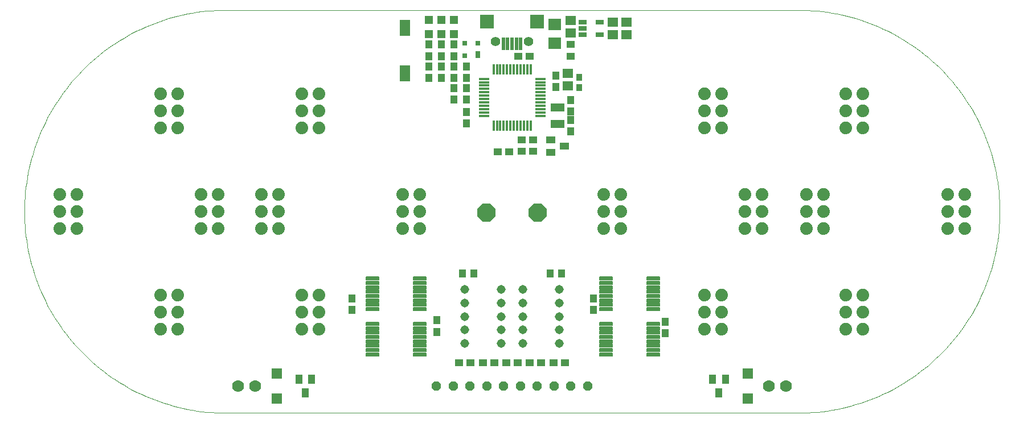
<source format=gts>
G75*
%MOIN*%
%OFA0B0*%
%FSLAX25Y25*%
%IPPOS*%
%LPD*%
%AMOC8*
5,1,8,0,0,1.08239X$1,22.5*
%
%ADD10C,0.00000*%
%ADD11C,0.00572*%
%ADD12R,0.04337X0.04731*%
%ADD13C,0.07400*%
%ADD14R,0.06109X0.01581*%
%ADD15R,0.01581X0.06109*%
%ADD16R,0.03550X0.03943*%
%ADD17R,0.06306X0.05518*%
%ADD18R,0.04731X0.04337*%
%ADD19R,0.07487X0.06699*%
%ADD20R,0.03156X0.04337*%
%ADD21R,0.03156X0.02762*%
%ADD22R,0.07900X0.04700*%
%ADD23R,0.06306X0.09455*%
%ADD24R,0.05124X0.05124*%
%ADD25R,0.01975X0.07290*%
%ADD26R,0.08274X0.08274*%
%ADD27C,0.05550*%
%ADD28OC8,0.10400*%
%ADD29R,0.05400X0.04337*%
%ADD30OC8,0.05600*%
%ADD31C,0.07000*%
%ADD32R,0.05912X0.05912*%
%ADD33R,0.04337X0.05400*%
%ADD34C,0.05156*%
%ADD35R,0.05124X0.02565*%
D10*
X0191692Y0005402D02*
X0526337Y0005402D01*
X0644447Y0123513D02*
X0644413Y0126367D01*
X0644309Y0129219D01*
X0644137Y0132068D01*
X0643896Y0134912D01*
X0643586Y0137750D01*
X0643208Y0140579D01*
X0642761Y0143398D01*
X0642247Y0146205D01*
X0641664Y0148999D01*
X0641015Y0151779D01*
X0640298Y0154541D01*
X0639515Y0157286D01*
X0638666Y0160011D01*
X0637752Y0162715D01*
X0636772Y0165395D01*
X0635727Y0168052D01*
X0634619Y0170682D01*
X0633448Y0173285D01*
X0632214Y0175858D01*
X0630918Y0178401D01*
X0629561Y0180913D01*
X0628144Y0183390D01*
X0626668Y0185833D01*
X0625132Y0188239D01*
X0623540Y0190607D01*
X0621890Y0192936D01*
X0620185Y0195225D01*
X0618424Y0197472D01*
X0616610Y0199675D01*
X0614744Y0201834D01*
X0612825Y0203948D01*
X0610856Y0206014D01*
X0608838Y0208032D01*
X0606772Y0210001D01*
X0604658Y0211920D01*
X0602499Y0213786D01*
X0600296Y0215600D01*
X0598049Y0217361D01*
X0595760Y0219066D01*
X0593431Y0220716D01*
X0591063Y0222308D01*
X0588657Y0223844D01*
X0586214Y0225320D01*
X0583737Y0226737D01*
X0581225Y0228094D01*
X0578682Y0229390D01*
X0576109Y0230624D01*
X0573506Y0231795D01*
X0570876Y0232903D01*
X0568219Y0233948D01*
X0565539Y0234928D01*
X0562835Y0235842D01*
X0560110Y0236691D01*
X0557365Y0237474D01*
X0554603Y0238191D01*
X0551823Y0238840D01*
X0549029Y0239423D01*
X0546222Y0239937D01*
X0543403Y0240384D01*
X0540574Y0240762D01*
X0537736Y0241072D01*
X0534892Y0241313D01*
X0532043Y0241485D01*
X0529191Y0241589D01*
X0526337Y0241623D01*
X0191692Y0241623D01*
X0188838Y0241589D01*
X0185986Y0241485D01*
X0183137Y0241313D01*
X0180293Y0241072D01*
X0177455Y0240762D01*
X0174626Y0240384D01*
X0171807Y0239937D01*
X0169000Y0239423D01*
X0166206Y0238840D01*
X0163426Y0238191D01*
X0160664Y0237474D01*
X0157919Y0236691D01*
X0155194Y0235842D01*
X0152490Y0234928D01*
X0149810Y0233948D01*
X0147153Y0232903D01*
X0144523Y0231795D01*
X0141920Y0230624D01*
X0139347Y0229390D01*
X0136804Y0228094D01*
X0134292Y0226737D01*
X0131815Y0225320D01*
X0129372Y0223844D01*
X0126966Y0222308D01*
X0124598Y0220716D01*
X0122269Y0219066D01*
X0119980Y0217361D01*
X0117733Y0215600D01*
X0115530Y0213786D01*
X0113371Y0211920D01*
X0111257Y0210001D01*
X0109191Y0208032D01*
X0107173Y0206014D01*
X0105204Y0203948D01*
X0103285Y0201834D01*
X0101419Y0199675D01*
X0099605Y0197472D01*
X0097844Y0195225D01*
X0096139Y0192936D01*
X0094489Y0190607D01*
X0092897Y0188239D01*
X0091361Y0185833D01*
X0089885Y0183390D01*
X0088468Y0180913D01*
X0087111Y0178401D01*
X0085815Y0175858D01*
X0084581Y0173285D01*
X0083410Y0170682D01*
X0082302Y0168052D01*
X0081257Y0165395D01*
X0080277Y0162715D01*
X0079363Y0160011D01*
X0078514Y0157286D01*
X0077731Y0154541D01*
X0077014Y0151779D01*
X0076365Y0148999D01*
X0075782Y0146205D01*
X0075268Y0143398D01*
X0074821Y0140579D01*
X0074443Y0137750D01*
X0074133Y0134912D01*
X0073892Y0132068D01*
X0073720Y0129219D01*
X0073616Y0126367D01*
X0073582Y0123513D01*
X0073616Y0120659D01*
X0073720Y0117807D01*
X0073892Y0114958D01*
X0074133Y0112114D01*
X0074443Y0109276D01*
X0074821Y0106447D01*
X0075268Y0103628D01*
X0075782Y0100821D01*
X0076365Y0098027D01*
X0077014Y0095247D01*
X0077731Y0092485D01*
X0078514Y0089740D01*
X0079363Y0087015D01*
X0080277Y0084311D01*
X0081257Y0081631D01*
X0082302Y0078974D01*
X0083410Y0076344D01*
X0084581Y0073741D01*
X0085815Y0071168D01*
X0087111Y0068625D01*
X0088468Y0066113D01*
X0089885Y0063636D01*
X0091361Y0061193D01*
X0092897Y0058787D01*
X0094489Y0056419D01*
X0096139Y0054090D01*
X0097844Y0051801D01*
X0099605Y0049554D01*
X0101419Y0047351D01*
X0103285Y0045192D01*
X0105204Y0043078D01*
X0107173Y0041012D01*
X0109191Y0038994D01*
X0111257Y0037025D01*
X0113371Y0035106D01*
X0115530Y0033240D01*
X0117733Y0031426D01*
X0119980Y0029665D01*
X0122269Y0027960D01*
X0124598Y0026310D01*
X0126966Y0024718D01*
X0129372Y0023182D01*
X0131815Y0021706D01*
X0134292Y0020289D01*
X0136804Y0018932D01*
X0139347Y0017636D01*
X0141920Y0016402D01*
X0144523Y0015231D01*
X0147153Y0014123D01*
X0149810Y0013078D01*
X0152490Y0012098D01*
X0155194Y0011184D01*
X0157919Y0010335D01*
X0160664Y0009552D01*
X0163426Y0008835D01*
X0166206Y0008186D01*
X0169000Y0007603D01*
X0171807Y0007089D01*
X0174626Y0006642D01*
X0177455Y0006264D01*
X0180293Y0005954D01*
X0183137Y0005713D01*
X0185986Y0005541D01*
X0188838Y0005437D01*
X0191692Y0005403D01*
X0526337Y0005403D02*
X0529191Y0005437D01*
X0532043Y0005541D01*
X0534892Y0005713D01*
X0537736Y0005954D01*
X0540574Y0006264D01*
X0543403Y0006642D01*
X0546222Y0007089D01*
X0549029Y0007603D01*
X0551823Y0008186D01*
X0554603Y0008835D01*
X0557365Y0009552D01*
X0560110Y0010335D01*
X0562835Y0011184D01*
X0565539Y0012098D01*
X0568219Y0013078D01*
X0570876Y0014123D01*
X0573506Y0015231D01*
X0576109Y0016402D01*
X0578682Y0017636D01*
X0581225Y0018932D01*
X0583737Y0020289D01*
X0586214Y0021706D01*
X0588657Y0023182D01*
X0591063Y0024718D01*
X0593431Y0026310D01*
X0595760Y0027960D01*
X0598049Y0029665D01*
X0600296Y0031426D01*
X0602499Y0033240D01*
X0604658Y0035106D01*
X0606772Y0037025D01*
X0608838Y0038994D01*
X0610856Y0041012D01*
X0612825Y0043078D01*
X0614744Y0045192D01*
X0616610Y0047351D01*
X0618424Y0049554D01*
X0620185Y0051801D01*
X0621890Y0054090D01*
X0623540Y0056419D01*
X0625132Y0058787D01*
X0626668Y0061193D01*
X0628144Y0063636D01*
X0629561Y0066113D01*
X0630918Y0068625D01*
X0632214Y0071168D01*
X0633448Y0073741D01*
X0634619Y0076344D01*
X0635727Y0078974D01*
X0636772Y0081631D01*
X0637752Y0084311D01*
X0638666Y0087015D01*
X0639515Y0089740D01*
X0640298Y0092485D01*
X0641015Y0095247D01*
X0641664Y0098027D01*
X0642247Y0100821D01*
X0642761Y0103628D01*
X0643208Y0106447D01*
X0643586Y0109276D01*
X0643896Y0112114D01*
X0644137Y0114958D01*
X0644309Y0117807D01*
X0644413Y0120659D01*
X0644447Y0123513D01*
D11*
X0445365Y0085100D02*
X0438057Y0085100D01*
X0445365Y0085100D02*
X0445365Y0083382D01*
X0438057Y0083382D01*
X0438057Y0085100D01*
X0438057Y0083953D02*
X0445365Y0083953D01*
X0445365Y0084524D02*
X0438057Y0084524D01*
X0438057Y0085095D02*
X0445365Y0085095D01*
X0445365Y0082541D02*
X0438057Y0082541D01*
X0445365Y0082541D02*
X0445365Y0080823D01*
X0438057Y0080823D01*
X0438057Y0082541D01*
X0438057Y0081394D02*
X0445365Y0081394D01*
X0445365Y0081965D02*
X0438057Y0081965D01*
X0438057Y0082536D02*
X0445365Y0082536D01*
X0445365Y0079982D02*
X0438057Y0079982D01*
X0445365Y0079982D02*
X0445365Y0078264D01*
X0438057Y0078264D01*
X0438057Y0079982D01*
X0438057Y0078835D02*
X0445365Y0078835D01*
X0445365Y0079406D02*
X0438057Y0079406D01*
X0438057Y0079977D02*
X0445365Y0079977D01*
X0445365Y0077423D02*
X0438057Y0077423D01*
X0445365Y0077423D02*
X0445365Y0075705D01*
X0438057Y0075705D01*
X0438057Y0077423D01*
X0438057Y0076276D02*
X0445365Y0076276D01*
X0445365Y0076847D02*
X0438057Y0076847D01*
X0438057Y0077418D02*
X0445365Y0077418D01*
X0445365Y0074864D02*
X0438057Y0074864D01*
X0445365Y0074864D02*
X0445365Y0073146D01*
X0438057Y0073146D01*
X0438057Y0074864D01*
X0438057Y0073717D02*
X0445365Y0073717D01*
X0445365Y0074288D02*
X0438057Y0074288D01*
X0438057Y0074859D02*
X0445365Y0074859D01*
X0445365Y0072305D02*
X0438057Y0072305D01*
X0445365Y0072305D02*
X0445365Y0070587D01*
X0438057Y0070587D01*
X0438057Y0072305D01*
X0438057Y0071158D02*
X0445365Y0071158D01*
X0445365Y0071729D02*
X0438057Y0071729D01*
X0438057Y0072300D02*
X0445365Y0072300D01*
X0445365Y0069746D02*
X0438057Y0069746D01*
X0445365Y0069746D02*
X0445365Y0068028D01*
X0438057Y0068028D01*
X0438057Y0069746D01*
X0438057Y0068599D02*
X0445365Y0068599D01*
X0445365Y0069170D02*
X0438057Y0069170D01*
X0438057Y0069741D02*
X0445365Y0069741D01*
X0445365Y0067187D02*
X0438057Y0067187D01*
X0445365Y0067187D02*
X0445365Y0065469D01*
X0438057Y0065469D01*
X0438057Y0067187D01*
X0438057Y0066040D02*
X0445365Y0066040D01*
X0445365Y0066611D02*
X0438057Y0066611D01*
X0438057Y0067182D02*
X0445365Y0067182D01*
X0445365Y0056807D02*
X0438057Y0056807D01*
X0438057Y0058525D01*
X0445365Y0058525D01*
X0445365Y0056807D01*
X0445365Y0057378D02*
X0438057Y0057378D01*
X0438057Y0057949D02*
X0445365Y0057949D01*
X0445365Y0058520D02*
X0438057Y0058520D01*
X0438057Y0054248D02*
X0445365Y0054248D01*
X0438057Y0054248D02*
X0438057Y0055966D01*
X0445365Y0055966D01*
X0445365Y0054248D01*
X0445365Y0054819D02*
X0438057Y0054819D01*
X0438057Y0055390D02*
X0445365Y0055390D01*
X0445365Y0055961D02*
X0438057Y0055961D01*
X0438057Y0051689D02*
X0445365Y0051689D01*
X0438057Y0051689D02*
X0438057Y0053407D01*
X0445365Y0053407D01*
X0445365Y0051689D01*
X0445365Y0052260D02*
X0438057Y0052260D01*
X0438057Y0052831D02*
X0445365Y0052831D01*
X0445365Y0053402D02*
X0438057Y0053402D01*
X0438057Y0049130D02*
X0445365Y0049130D01*
X0438057Y0049130D02*
X0438057Y0050848D01*
X0445365Y0050848D01*
X0445365Y0049130D01*
X0445365Y0049701D02*
X0438057Y0049701D01*
X0438057Y0050272D02*
X0445365Y0050272D01*
X0445365Y0050843D02*
X0438057Y0050843D01*
X0438057Y0046571D02*
X0445365Y0046571D01*
X0438057Y0046571D02*
X0438057Y0048289D01*
X0445365Y0048289D01*
X0445365Y0046571D01*
X0445365Y0047142D02*
X0438057Y0047142D01*
X0438057Y0047713D02*
X0445365Y0047713D01*
X0445365Y0048284D02*
X0438057Y0048284D01*
X0438057Y0044012D02*
X0445365Y0044012D01*
X0438057Y0044012D02*
X0438057Y0045730D01*
X0445365Y0045730D01*
X0445365Y0044012D01*
X0445365Y0044583D02*
X0438057Y0044583D01*
X0438057Y0045154D02*
X0445365Y0045154D01*
X0445365Y0045725D02*
X0438057Y0045725D01*
X0438057Y0041453D02*
X0445365Y0041453D01*
X0438057Y0041453D02*
X0438057Y0043171D01*
X0445365Y0043171D01*
X0445365Y0041453D01*
X0445365Y0042024D02*
X0438057Y0042024D01*
X0438057Y0042595D02*
X0445365Y0042595D01*
X0445365Y0043166D02*
X0438057Y0043166D01*
X0438057Y0038894D02*
X0445365Y0038894D01*
X0438057Y0038894D02*
X0438057Y0040612D01*
X0445365Y0040612D01*
X0445365Y0038894D01*
X0445365Y0039465D02*
X0438057Y0039465D01*
X0438057Y0040036D02*
X0445365Y0040036D01*
X0445365Y0040607D02*
X0438057Y0040607D01*
X0417767Y0038894D02*
X0410459Y0038894D01*
X0410459Y0040612D01*
X0417767Y0040612D01*
X0417767Y0038894D01*
X0417767Y0039465D02*
X0410459Y0039465D01*
X0410459Y0040036D02*
X0417767Y0040036D01*
X0417767Y0040607D02*
X0410459Y0040607D01*
X0410459Y0041453D02*
X0417767Y0041453D01*
X0410459Y0041453D02*
X0410459Y0043171D01*
X0417767Y0043171D01*
X0417767Y0041453D01*
X0417767Y0042024D02*
X0410459Y0042024D01*
X0410459Y0042595D02*
X0417767Y0042595D01*
X0417767Y0043166D02*
X0410459Y0043166D01*
X0410459Y0044012D02*
X0417767Y0044012D01*
X0410459Y0044012D02*
X0410459Y0045730D01*
X0417767Y0045730D01*
X0417767Y0044012D01*
X0417767Y0044583D02*
X0410459Y0044583D01*
X0410459Y0045154D02*
X0417767Y0045154D01*
X0417767Y0045725D02*
X0410459Y0045725D01*
X0410459Y0046571D02*
X0417767Y0046571D01*
X0410459Y0046571D02*
X0410459Y0048289D01*
X0417767Y0048289D01*
X0417767Y0046571D01*
X0417767Y0047142D02*
X0410459Y0047142D01*
X0410459Y0047713D02*
X0417767Y0047713D01*
X0417767Y0048284D02*
X0410459Y0048284D01*
X0410459Y0049130D02*
X0417767Y0049130D01*
X0410459Y0049130D02*
X0410459Y0050848D01*
X0417767Y0050848D01*
X0417767Y0049130D01*
X0417767Y0049701D02*
X0410459Y0049701D01*
X0410459Y0050272D02*
X0417767Y0050272D01*
X0417767Y0050843D02*
X0410459Y0050843D01*
X0410459Y0051689D02*
X0417767Y0051689D01*
X0410459Y0051689D02*
X0410459Y0053407D01*
X0417767Y0053407D01*
X0417767Y0051689D01*
X0417767Y0052260D02*
X0410459Y0052260D01*
X0410459Y0052831D02*
X0417767Y0052831D01*
X0417767Y0053402D02*
X0410459Y0053402D01*
X0410459Y0054248D02*
X0417767Y0054248D01*
X0410459Y0054248D02*
X0410459Y0055966D01*
X0417767Y0055966D01*
X0417767Y0054248D01*
X0417767Y0054819D02*
X0410459Y0054819D01*
X0410459Y0055390D02*
X0417767Y0055390D01*
X0417767Y0055961D02*
X0410459Y0055961D01*
X0410459Y0056807D02*
X0417767Y0056807D01*
X0410459Y0056807D02*
X0410459Y0058525D01*
X0417767Y0058525D01*
X0417767Y0056807D01*
X0417767Y0057378D02*
X0410459Y0057378D01*
X0410459Y0057949D02*
X0417767Y0057949D01*
X0417767Y0058520D02*
X0410459Y0058520D01*
X0410459Y0067187D02*
X0417767Y0067187D01*
X0417767Y0065469D01*
X0410459Y0065469D01*
X0410459Y0067187D01*
X0410459Y0066040D02*
X0417767Y0066040D01*
X0417767Y0066611D02*
X0410459Y0066611D01*
X0410459Y0067182D02*
X0417767Y0067182D01*
X0417767Y0069746D02*
X0410459Y0069746D01*
X0417767Y0069746D02*
X0417767Y0068028D01*
X0410459Y0068028D01*
X0410459Y0069746D01*
X0410459Y0068599D02*
X0417767Y0068599D01*
X0417767Y0069170D02*
X0410459Y0069170D01*
X0410459Y0069741D02*
X0417767Y0069741D01*
X0417767Y0072305D02*
X0410459Y0072305D01*
X0417767Y0072305D02*
X0417767Y0070587D01*
X0410459Y0070587D01*
X0410459Y0072305D01*
X0410459Y0071158D02*
X0417767Y0071158D01*
X0417767Y0071729D02*
X0410459Y0071729D01*
X0410459Y0072300D02*
X0417767Y0072300D01*
X0417767Y0074864D02*
X0410459Y0074864D01*
X0417767Y0074864D02*
X0417767Y0073146D01*
X0410459Y0073146D01*
X0410459Y0074864D01*
X0410459Y0073717D02*
X0417767Y0073717D01*
X0417767Y0074288D02*
X0410459Y0074288D01*
X0410459Y0074859D02*
X0417767Y0074859D01*
X0417767Y0077423D02*
X0410459Y0077423D01*
X0417767Y0077423D02*
X0417767Y0075705D01*
X0410459Y0075705D01*
X0410459Y0077423D01*
X0410459Y0076276D02*
X0417767Y0076276D01*
X0417767Y0076847D02*
X0410459Y0076847D01*
X0410459Y0077418D02*
X0417767Y0077418D01*
X0417767Y0079982D02*
X0410459Y0079982D01*
X0417767Y0079982D02*
X0417767Y0078264D01*
X0410459Y0078264D01*
X0410459Y0079982D01*
X0410459Y0078835D02*
X0417767Y0078835D01*
X0417767Y0079406D02*
X0410459Y0079406D01*
X0410459Y0079977D02*
X0417767Y0079977D01*
X0417767Y0082541D02*
X0410459Y0082541D01*
X0417767Y0082541D02*
X0417767Y0080823D01*
X0410459Y0080823D01*
X0410459Y0082541D01*
X0410459Y0081394D02*
X0417767Y0081394D01*
X0417767Y0081965D02*
X0410459Y0081965D01*
X0410459Y0082536D02*
X0417767Y0082536D01*
X0417767Y0085100D02*
X0410459Y0085100D01*
X0417767Y0085100D02*
X0417767Y0083382D01*
X0410459Y0083382D01*
X0410459Y0085100D01*
X0410459Y0083953D02*
X0417767Y0083953D01*
X0417767Y0084524D02*
X0410459Y0084524D01*
X0410459Y0085095D02*
X0417767Y0085095D01*
X0308554Y0085100D02*
X0301246Y0085100D01*
X0308554Y0085100D02*
X0308554Y0083382D01*
X0301246Y0083382D01*
X0301246Y0085100D01*
X0301246Y0083953D02*
X0308554Y0083953D01*
X0308554Y0084524D02*
X0301246Y0084524D01*
X0301246Y0085095D02*
X0308554Y0085095D01*
X0308554Y0082541D02*
X0301246Y0082541D01*
X0308554Y0082541D02*
X0308554Y0080823D01*
X0301246Y0080823D01*
X0301246Y0082541D01*
X0301246Y0081394D02*
X0308554Y0081394D01*
X0308554Y0081965D02*
X0301246Y0081965D01*
X0301246Y0082536D02*
X0308554Y0082536D01*
X0308554Y0079982D02*
X0301246Y0079982D01*
X0308554Y0079982D02*
X0308554Y0078264D01*
X0301246Y0078264D01*
X0301246Y0079982D01*
X0301246Y0078835D02*
X0308554Y0078835D01*
X0308554Y0079406D02*
X0301246Y0079406D01*
X0301246Y0079977D02*
X0308554Y0079977D01*
X0308554Y0077423D02*
X0301246Y0077423D01*
X0308554Y0077423D02*
X0308554Y0075705D01*
X0301246Y0075705D01*
X0301246Y0077423D01*
X0301246Y0076276D02*
X0308554Y0076276D01*
X0308554Y0076847D02*
X0301246Y0076847D01*
X0301246Y0077418D02*
X0308554Y0077418D01*
X0308554Y0074864D02*
X0301246Y0074864D01*
X0308554Y0074864D02*
X0308554Y0073146D01*
X0301246Y0073146D01*
X0301246Y0074864D01*
X0301246Y0073717D02*
X0308554Y0073717D01*
X0308554Y0074288D02*
X0301246Y0074288D01*
X0301246Y0074859D02*
X0308554Y0074859D01*
X0308554Y0072305D02*
X0301246Y0072305D01*
X0308554Y0072305D02*
X0308554Y0070587D01*
X0301246Y0070587D01*
X0301246Y0072305D01*
X0301246Y0071158D02*
X0308554Y0071158D01*
X0308554Y0071729D02*
X0301246Y0071729D01*
X0301246Y0072300D02*
X0308554Y0072300D01*
X0308554Y0069746D02*
X0301246Y0069746D01*
X0308554Y0069746D02*
X0308554Y0068028D01*
X0301246Y0068028D01*
X0301246Y0069746D01*
X0301246Y0068599D02*
X0308554Y0068599D01*
X0308554Y0069170D02*
X0301246Y0069170D01*
X0301246Y0069741D02*
X0308554Y0069741D01*
X0308554Y0067187D02*
X0301246Y0067187D01*
X0308554Y0067187D02*
X0308554Y0065469D01*
X0301246Y0065469D01*
X0301246Y0067187D01*
X0301246Y0066040D02*
X0308554Y0066040D01*
X0308554Y0066611D02*
X0301246Y0066611D01*
X0301246Y0067182D02*
X0308554Y0067182D01*
X0308554Y0056807D02*
X0301246Y0056807D01*
X0301246Y0058525D01*
X0308554Y0058525D01*
X0308554Y0056807D01*
X0308554Y0057378D02*
X0301246Y0057378D01*
X0301246Y0057949D02*
X0308554Y0057949D01*
X0308554Y0058520D02*
X0301246Y0058520D01*
X0301246Y0054248D02*
X0308554Y0054248D01*
X0301246Y0054248D02*
X0301246Y0055966D01*
X0308554Y0055966D01*
X0308554Y0054248D01*
X0308554Y0054819D02*
X0301246Y0054819D01*
X0301246Y0055390D02*
X0308554Y0055390D01*
X0308554Y0055961D02*
X0301246Y0055961D01*
X0301246Y0051689D02*
X0308554Y0051689D01*
X0301246Y0051689D02*
X0301246Y0053407D01*
X0308554Y0053407D01*
X0308554Y0051689D01*
X0308554Y0052260D02*
X0301246Y0052260D01*
X0301246Y0052831D02*
X0308554Y0052831D01*
X0308554Y0053402D02*
X0301246Y0053402D01*
X0301246Y0049130D02*
X0308554Y0049130D01*
X0301246Y0049130D02*
X0301246Y0050848D01*
X0308554Y0050848D01*
X0308554Y0049130D01*
X0308554Y0049701D02*
X0301246Y0049701D01*
X0301246Y0050272D02*
X0308554Y0050272D01*
X0308554Y0050843D02*
X0301246Y0050843D01*
X0301246Y0046571D02*
X0308554Y0046571D01*
X0301246Y0046571D02*
X0301246Y0048289D01*
X0308554Y0048289D01*
X0308554Y0046571D01*
X0308554Y0047142D02*
X0301246Y0047142D01*
X0301246Y0047713D02*
X0308554Y0047713D01*
X0308554Y0048284D02*
X0301246Y0048284D01*
X0301246Y0044012D02*
X0308554Y0044012D01*
X0301246Y0044012D02*
X0301246Y0045730D01*
X0308554Y0045730D01*
X0308554Y0044012D01*
X0308554Y0044583D02*
X0301246Y0044583D01*
X0301246Y0045154D02*
X0308554Y0045154D01*
X0308554Y0045725D02*
X0301246Y0045725D01*
X0301246Y0041453D02*
X0308554Y0041453D01*
X0301246Y0041453D02*
X0301246Y0043171D01*
X0308554Y0043171D01*
X0308554Y0041453D01*
X0308554Y0042024D02*
X0301246Y0042024D01*
X0301246Y0042595D02*
X0308554Y0042595D01*
X0308554Y0043166D02*
X0301246Y0043166D01*
X0301246Y0038894D02*
X0308554Y0038894D01*
X0301246Y0038894D02*
X0301246Y0040612D01*
X0308554Y0040612D01*
X0308554Y0038894D01*
X0308554Y0039465D02*
X0301246Y0039465D01*
X0301246Y0040036D02*
X0308554Y0040036D01*
X0308554Y0040607D02*
X0301246Y0040607D01*
X0280956Y0038894D02*
X0273648Y0038894D01*
X0273648Y0040612D01*
X0280956Y0040612D01*
X0280956Y0038894D01*
X0280956Y0039465D02*
X0273648Y0039465D01*
X0273648Y0040036D02*
X0280956Y0040036D01*
X0280956Y0040607D02*
X0273648Y0040607D01*
X0273648Y0041453D02*
X0280956Y0041453D01*
X0273648Y0041453D02*
X0273648Y0043171D01*
X0280956Y0043171D01*
X0280956Y0041453D01*
X0280956Y0042024D02*
X0273648Y0042024D01*
X0273648Y0042595D02*
X0280956Y0042595D01*
X0280956Y0043166D02*
X0273648Y0043166D01*
X0273648Y0044012D02*
X0280956Y0044012D01*
X0273648Y0044012D02*
X0273648Y0045730D01*
X0280956Y0045730D01*
X0280956Y0044012D01*
X0280956Y0044583D02*
X0273648Y0044583D01*
X0273648Y0045154D02*
X0280956Y0045154D01*
X0280956Y0045725D02*
X0273648Y0045725D01*
X0273648Y0046571D02*
X0280956Y0046571D01*
X0273648Y0046571D02*
X0273648Y0048289D01*
X0280956Y0048289D01*
X0280956Y0046571D01*
X0280956Y0047142D02*
X0273648Y0047142D01*
X0273648Y0047713D02*
X0280956Y0047713D01*
X0280956Y0048284D02*
X0273648Y0048284D01*
X0273648Y0049130D02*
X0280956Y0049130D01*
X0273648Y0049130D02*
X0273648Y0050848D01*
X0280956Y0050848D01*
X0280956Y0049130D01*
X0280956Y0049701D02*
X0273648Y0049701D01*
X0273648Y0050272D02*
X0280956Y0050272D01*
X0280956Y0050843D02*
X0273648Y0050843D01*
X0273648Y0051689D02*
X0280956Y0051689D01*
X0273648Y0051689D02*
X0273648Y0053407D01*
X0280956Y0053407D01*
X0280956Y0051689D01*
X0280956Y0052260D02*
X0273648Y0052260D01*
X0273648Y0052831D02*
X0280956Y0052831D01*
X0280956Y0053402D02*
X0273648Y0053402D01*
X0273648Y0054248D02*
X0280956Y0054248D01*
X0273648Y0054248D02*
X0273648Y0055966D01*
X0280956Y0055966D01*
X0280956Y0054248D01*
X0280956Y0054819D02*
X0273648Y0054819D01*
X0273648Y0055390D02*
X0280956Y0055390D01*
X0280956Y0055961D02*
X0273648Y0055961D01*
X0273648Y0056807D02*
X0280956Y0056807D01*
X0273648Y0056807D02*
X0273648Y0058525D01*
X0280956Y0058525D01*
X0280956Y0056807D01*
X0280956Y0057378D02*
X0273648Y0057378D01*
X0273648Y0057949D02*
X0280956Y0057949D01*
X0280956Y0058520D02*
X0273648Y0058520D01*
X0273648Y0067187D02*
X0280956Y0067187D01*
X0280956Y0065469D01*
X0273648Y0065469D01*
X0273648Y0067187D01*
X0273648Y0066040D02*
X0280956Y0066040D01*
X0280956Y0066611D02*
X0273648Y0066611D01*
X0273648Y0067182D02*
X0280956Y0067182D01*
X0280956Y0069746D02*
X0273648Y0069746D01*
X0280956Y0069746D02*
X0280956Y0068028D01*
X0273648Y0068028D01*
X0273648Y0069746D01*
X0273648Y0068599D02*
X0280956Y0068599D01*
X0280956Y0069170D02*
X0273648Y0069170D01*
X0273648Y0069741D02*
X0280956Y0069741D01*
X0280956Y0072305D02*
X0273648Y0072305D01*
X0280956Y0072305D02*
X0280956Y0070587D01*
X0273648Y0070587D01*
X0273648Y0072305D01*
X0273648Y0071158D02*
X0280956Y0071158D01*
X0280956Y0071729D02*
X0273648Y0071729D01*
X0273648Y0072300D02*
X0280956Y0072300D01*
X0280956Y0074864D02*
X0273648Y0074864D01*
X0280956Y0074864D02*
X0280956Y0073146D01*
X0273648Y0073146D01*
X0273648Y0074864D01*
X0273648Y0073717D02*
X0280956Y0073717D01*
X0280956Y0074288D02*
X0273648Y0074288D01*
X0273648Y0074859D02*
X0280956Y0074859D01*
X0280956Y0077423D02*
X0273648Y0077423D01*
X0280956Y0077423D02*
X0280956Y0075705D01*
X0273648Y0075705D01*
X0273648Y0077423D01*
X0273648Y0076276D02*
X0280956Y0076276D01*
X0280956Y0076847D02*
X0273648Y0076847D01*
X0273648Y0077418D02*
X0280956Y0077418D01*
X0280956Y0079982D02*
X0273648Y0079982D01*
X0280956Y0079982D02*
X0280956Y0078264D01*
X0273648Y0078264D01*
X0273648Y0079982D01*
X0273648Y0078835D02*
X0280956Y0078835D01*
X0280956Y0079406D02*
X0273648Y0079406D01*
X0273648Y0079977D02*
X0280956Y0079977D01*
X0280956Y0082541D02*
X0273648Y0082541D01*
X0280956Y0082541D02*
X0280956Y0080823D01*
X0273648Y0080823D01*
X0273648Y0082541D01*
X0273648Y0081394D02*
X0280956Y0081394D01*
X0280956Y0081965D02*
X0273648Y0081965D01*
X0273648Y0082536D02*
X0280956Y0082536D01*
X0280956Y0085100D02*
X0273648Y0085100D01*
X0280956Y0085100D02*
X0280956Y0083382D01*
X0273648Y0083382D01*
X0273648Y0085100D01*
X0273648Y0083953D02*
X0280956Y0083953D01*
X0280956Y0084524D02*
X0273648Y0084524D01*
X0273648Y0085095D02*
X0280956Y0085095D01*
D12*
X0265191Y0072410D03*
X0265191Y0065717D03*
X0314846Y0059684D03*
X0314846Y0052991D03*
X0406554Y0065781D03*
X0406554Y0072474D03*
X0448581Y0058946D03*
X0448581Y0052253D03*
X0387952Y0087095D03*
X0381259Y0087095D03*
X0336770Y0087095D03*
X0330078Y0087095D03*
X0393463Y0170363D03*
X0393463Y0177056D03*
X0393463Y0182174D03*
X0393463Y0188867D03*
X0384728Y0196485D03*
X0384728Y0203178D03*
X0332440Y0201859D03*
X0325058Y0201859D03*
X0317676Y0201859D03*
X0310294Y0201859D03*
X0310294Y0208552D03*
X0317676Y0208552D03*
X0325058Y0208552D03*
X0332440Y0208552D03*
X0325058Y0214654D03*
X0317676Y0214654D03*
X0310294Y0214654D03*
X0310294Y0221347D03*
X0317676Y0221347D03*
X0325058Y0221347D03*
X0325058Y0195757D03*
X0332440Y0195757D03*
X0332440Y0189064D03*
X0325058Y0189064D03*
X0332440Y0181977D03*
X0332440Y0175284D03*
D13*
X0153227Y0054457D03*
X0163227Y0054457D03*
X0163227Y0064457D03*
X0153227Y0064457D03*
X0153227Y0074457D03*
X0163227Y0074457D03*
X0235904Y0074457D03*
X0245904Y0074457D03*
X0245904Y0064457D03*
X0235904Y0064457D03*
X0235904Y0054457D03*
X0245904Y0054457D03*
X0222282Y0113513D03*
X0212282Y0113513D03*
X0186849Y0113513D03*
X0176849Y0113513D03*
X0176849Y0123513D03*
X0186849Y0123513D03*
X0186849Y0133513D03*
X0176849Y0133513D03*
X0212282Y0133513D03*
X0222282Y0133513D03*
X0222282Y0123513D03*
X0212282Y0123513D03*
X0294959Y0123513D03*
X0304959Y0123513D03*
X0304959Y0133513D03*
X0294959Y0133513D03*
X0294959Y0113513D03*
X0304959Y0113513D03*
X0412637Y0113513D03*
X0422637Y0113513D03*
X0422637Y0123513D03*
X0412637Y0123513D03*
X0412637Y0133513D03*
X0422637Y0133513D03*
X0495314Y0133513D03*
X0505314Y0133513D03*
X0505314Y0123513D03*
X0495314Y0123513D03*
X0495314Y0113513D03*
X0505314Y0113513D03*
X0531180Y0113513D03*
X0541180Y0113513D03*
X0541180Y0123513D03*
X0531180Y0123513D03*
X0531180Y0133513D03*
X0541180Y0133513D03*
X0613857Y0133513D03*
X0623857Y0133513D03*
X0623857Y0123513D03*
X0613857Y0123513D03*
X0613857Y0113513D03*
X0623857Y0113513D03*
X0564369Y0074457D03*
X0554369Y0074457D03*
X0554369Y0064457D03*
X0564369Y0064457D03*
X0564369Y0054457D03*
X0554369Y0054457D03*
X0481692Y0054457D03*
X0471692Y0054457D03*
X0471692Y0064457D03*
X0481692Y0064457D03*
X0481692Y0074457D03*
X0471692Y0074457D03*
X0471692Y0172568D03*
X0481692Y0172568D03*
X0481692Y0182568D03*
X0471692Y0182568D03*
X0471692Y0192568D03*
X0481692Y0192568D03*
X0554369Y0192568D03*
X0564369Y0192568D03*
X0564369Y0182568D03*
X0554369Y0182568D03*
X0554369Y0172568D03*
X0564369Y0172568D03*
X0245904Y0172568D03*
X0235904Y0172568D03*
X0235904Y0182568D03*
X0245904Y0182568D03*
X0245904Y0192568D03*
X0235904Y0192568D03*
X0163227Y0192568D03*
X0153227Y0192568D03*
X0153227Y0182568D03*
X0163227Y0182568D03*
X0163227Y0172568D03*
X0153227Y0172568D03*
X0104172Y0133513D03*
X0094172Y0133513D03*
X0094172Y0123513D03*
X0104172Y0123513D03*
X0104172Y0113513D03*
X0094172Y0113513D03*
D14*
X0342479Y0179615D03*
X0342479Y0181583D03*
X0342479Y0183552D03*
X0342479Y0185520D03*
X0342479Y0187489D03*
X0342479Y0189457D03*
X0342479Y0191426D03*
X0342479Y0193394D03*
X0342479Y0195363D03*
X0342479Y0197331D03*
X0342479Y0199300D03*
X0342597Y0201269D03*
X0375550Y0201269D03*
X0375550Y0199300D03*
X0375550Y0197331D03*
X0375550Y0195363D03*
X0375550Y0193394D03*
X0375550Y0191426D03*
X0375550Y0189457D03*
X0375550Y0187489D03*
X0375550Y0185520D03*
X0375550Y0183552D03*
X0375550Y0181583D03*
X0375550Y0179615D03*
D15*
X0369841Y0173906D03*
X0367873Y0173906D03*
X0365904Y0173906D03*
X0363936Y0173906D03*
X0361967Y0173906D03*
X0359999Y0173906D03*
X0358030Y0173906D03*
X0356062Y0173906D03*
X0354093Y0173906D03*
X0352125Y0173906D03*
X0350156Y0173906D03*
X0348188Y0173906D03*
X0348188Y0206977D03*
X0350156Y0206977D03*
X0352125Y0206977D03*
X0354093Y0206977D03*
X0356062Y0206977D03*
X0358030Y0206977D03*
X0359999Y0206977D03*
X0361967Y0206977D03*
X0363936Y0206977D03*
X0365904Y0206977D03*
X0367873Y0206977D03*
X0369841Y0206977D03*
D16*
X0398461Y0202113D03*
X0398461Y0196113D03*
D17*
X0391618Y0197076D03*
X0391618Y0204556D03*
X0393463Y0228040D03*
X0393463Y0235520D03*
X0418070Y0234536D03*
X0425944Y0234536D03*
X0425944Y0227056D03*
X0418070Y0227056D03*
D18*
X0393463Y0221347D03*
X0393463Y0214654D03*
X0369290Y0214455D03*
X0362597Y0214455D03*
X0364526Y0165343D03*
X0371219Y0165343D03*
X0371219Y0158700D03*
X0364526Y0158700D03*
X0357440Y0158387D03*
X0350747Y0158387D03*
X0348581Y0034930D03*
X0341889Y0034930D03*
X0334802Y0034930D03*
X0328109Y0034930D03*
X0355668Y0034930D03*
X0362361Y0034930D03*
X0369448Y0034930D03*
X0376141Y0034930D03*
X0383227Y0034930D03*
X0389920Y0034930D03*
D19*
X0384123Y0222272D03*
X0384123Y0233296D03*
D20*
X0339054Y0215575D03*
D21*
X0331180Y0214787D03*
X0331180Y0222268D03*
X0339054Y0222268D03*
D22*
X0385511Y0184405D03*
X0385511Y0174805D03*
D23*
X0296269Y0204654D03*
X0296269Y0231032D03*
D24*
X0310294Y0227646D03*
X0317676Y0227646D03*
X0325058Y0227646D03*
X0325058Y0235914D03*
X0317676Y0235914D03*
X0310294Y0235914D03*
D25*
X0353896Y0221839D03*
X0356456Y0221839D03*
X0359015Y0221839D03*
X0361574Y0221839D03*
X0364133Y0221839D03*
D26*
X0373778Y0234930D03*
X0344251Y0234930D03*
D27*
X0349467Y0223001D03*
X0368562Y0223001D03*
D28*
X0374015Y0122774D03*
X0344015Y0122774D03*
D29*
X0381652Y0158158D03*
X0389526Y0161898D03*
X0381652Y0165639D03*
D30*
X0383700Y0021150D03*
X0393385Y0021150D03*
X0403385Y0021150D03*
X0373700Y0021150D03*
X0364015Y0021150D03*
X0354015Y0021150D03*
X0344330Y0021150D03*
X0334330Y0021150D03*
X0324644Y0021150D03*
X0314644Y0021150D03*
D31*
X0208503Y0021150D03*
X0198503Y0021150D03*
X0509300Y0021150D03*
X0519300Y0021150D03*
D32*
X0496810Y0013867D03*
X0496810Y0028434D03*
X0221219Y0028434D03*
X0221219Y0013867D03*
D33*
X0237952Y0017213D03*
X0241692Y0025087D03*
X0234211Y0025087D03*
X0476337Y0025087D03*
X0483818Y0025087D03*
X0480078Y0017213D03*
D34*
X0386515Y0046180D03*
X0365373Y0046180D03*
X0352578Y0046180D03*
X0331436Y0046180D03*
X0331436Y0054054D03*
X0352578Y0054054D03*
X0365373Y0054054D03*
X0386515Y0054054D03*
X0386515Y0061928D03*
X0365373Y0061928D03*
X0352578Y0061928D03*
X0331436Y0061928D03*
X0331436Y0069802D03*
X0331436Y0077676D03*
X0352578Y0077676D03*
X0352578Y0069802D03*
X0365373Y0069802D03*
X0365373Y0077676D03*
X0386515Y0077676D03*
X0386515Y0069802D03*
D35*
X0400156Y0227056D03*
X0400156Y0230796D03*
X0410393Y0227056D03*
X0410393Y0234536D03*
X0400156Y0234536D03*
M02*

</source>
